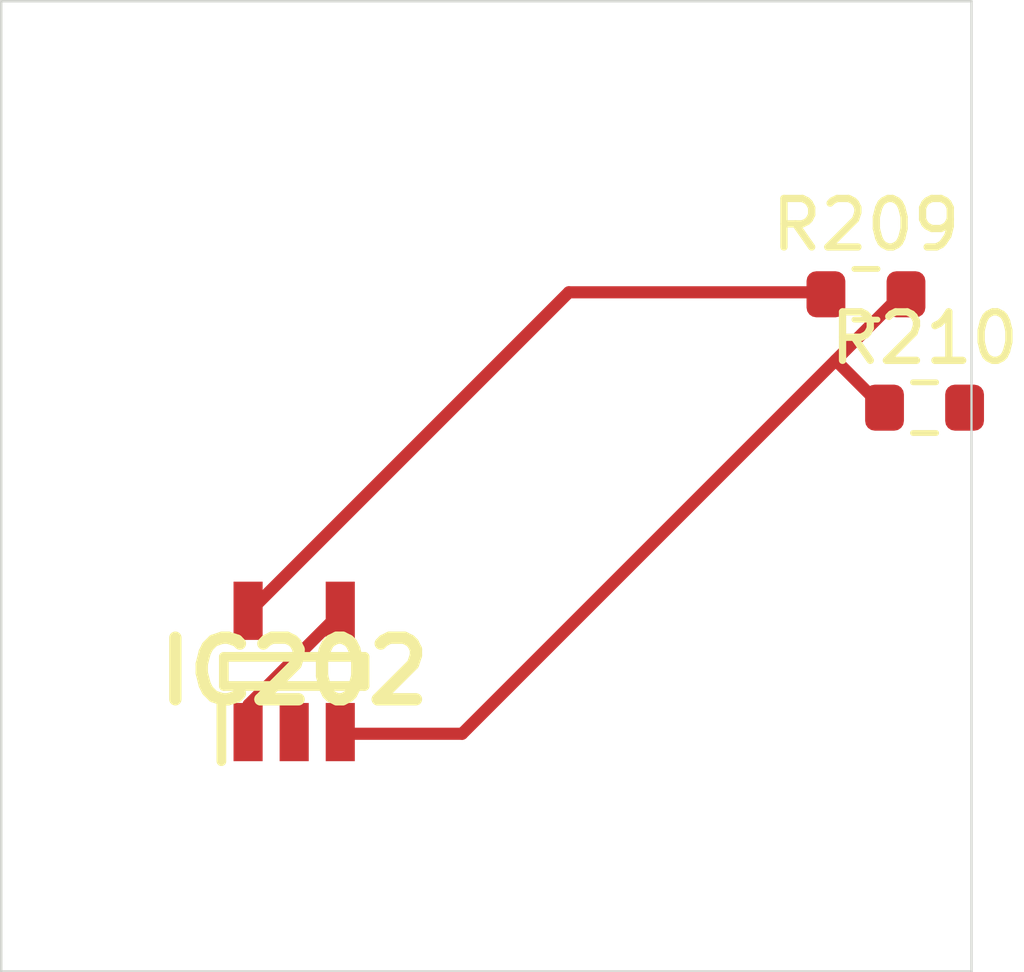
<source format=kicad_pcb>
 ( kicad_pcb  ( version 20171130 )
 ( host pcbnew 5.1.12-84ad8e8a86~92~ubuntu18.04.1 )
 ( general  ( thickness 1.6 )
 ( drawings 4 )
 ( tracks 0 )
 ( zones 0 )
 ( modules 3 )
 ( nets 5 )
)
 ( page A4 )
 ( layers  ( 0 F.Cu signal )
 ( 31 B.Cu signal )
 ( 32 B.Adhes user )
 ( 33 F.Adhes user )
 ( 34 B.Paste user )
 ( 35 F.Paste user )
 ( 36 B.SilkS user )
 ( 37 F.SilkS user )
 ( 38 B.Mask user )
 ( 39 F.Mask user )
 ( 40 Dwgs.User user )
 ( 41 Cmts.User user )
 ( 42 Eco1.User user )
 ( 43 Eco2.User user )
 ( 44 Edge.Cuts user )
 ( 45 Margin user )
 ( 46 B.CrtYd user )
 ( 47 F.CrtYd user )
 ( 48 B.Fab user )
 ( 49 F.Fab user )
)
 ( setup  ( last_trace_width 0.25 )
 ( trace_clearance 0.2 )
 ( zone_clearance 0.508 )
 ( zone_45_only no )
 ( trace_min 0.2 )
 ( via_size 0.8 )
 ( via_drill 0.4 )
 ( via_min_size 0.4 )
 ( via_min_drill 0.3 )
 ( uvia_size 0.3 )
 ( uvia_drill 0.1 )
 ( uvias_allowed no )
 ( uvia_min_size 0.2 )
 ( uvia_min_drill 0.1 )
 ( edge_width 0.05 )
 ( segment_width 0.2 )
 ( pcb_text_width 0.3 )
 ( pcb_text_size 1.5 1.5 )
 ( mod_edge_width 0.12 )
 ( mod_text_size 1 1 )
 ( mod_text_width 0.15 )
 ( pad_size 1.524 1.524 )
 ( pad_drill 0.762 )
 ( pad_to_mask_clearance 0 )
 ( aux_axis_origin 0 0 )
 ( visible_elements FFFFFF7F )
 ( pcbplotparams  ( layerselection 0x010fc_ffffffff )
 ( usegerberextensions false )
 ( usegerberattributes true )
 ( usegerberadvancedattributes true )
 ( creategerberjobfile true )
 ( excludeedgelayer true )
 ( linewidth 0.100000 )
 ( plotframeref false )
 ( viasonmask false )
 ( mode 1 )
 ( useauxorigin false )
 ( hpglpennumber 1 )
 ( hpglpenspeed 20 )
 ( hpglpendiameter 15.000000 )
 ( psnegative false )
 ( psa4output false )
 ( plotreference true )
 ( plotvalue true )
 ( plotinvisibletext false )
 ( padsonsilk false )
 ( subtractmaskfromsilk false )
 ( outputformat 1 )
 ( mirror false )
 ( drillshape 1 )
 ( scaleselection 1 )
 ( outputdirectory "" )
)
)
 ( net 0 "" )
 ( net 1 GND )
 ( net 2 VDDA )
 ( net 3 /Sheet6235D886/vp )
 ( net 4 "Net-(IC202-Pad3)" )
 ( net_class Default "This is the default net class."  ( clearance 0.2 )
 ( trace_width 0.25 )
 ( via_dia 0.8 )
 ( via_drill 0.4 )
 ( uvia_dia 0.3 )
 ( uvia_drill 0.1 )
 ( add_net /Sheet6235D886/vp )
 ( add_net GND )
 ( add_net "Net-(IC202-Pad3)" )
 ( add_net VDDA )
)
 ( module SOT95P280X145-5N locked  ( layer F.Cu )
 ( tedit 62336ED7 )
 ( tstamp 623423ED )
 ( at 86.038900 113.815000 90.000000 )
 ( descr DBV0005A )
 ( tags "Integrated Circuit" )
 ( path /6235D887/6266C08E )
 ( attr smd )
 ( fp_text reference IC202  ( at 0 0 )
 ( layer F.SilkS )
 ( effects  ( font  ( size 1.27 1.27 )
 ( thickness 0.254 )
)
)
)
 ( fp_text value TL071HIDBVR  ( at 0 0 )
 ( layer F.SilkS )
hide  ( effects  ( font  ( size 1.27 1.27 )
 ( thickness 0.254 )
)
)
)
 ( fp_line  ( start -1.85 -1.5 )
 ( end -0.65 -1.5 )
 ( layer F.SilkS )
 ( width 0.2 )
)
 ( fp_line  ( start -0.3 1.45 )
 ( end -0.3 -1.45 )
 ( layer F.SilkS )
 ( width 0.2 )
)
 ( fp_line  ( start 0.3 1.45 )
 ( end -0.3 1.45 )
 ( layer F.SilkS )
 ( width 0.2 )
)
 ( fp_line  ( start 0.3 -1.45 )
 ( end 0.3 1.45 )
 ( layer F.SilkS )
 ( width 0.2 )
)
 ( fp_line  ( start -0.3 -1.45 )
 ( end 0.3 -1.45 )
 ( layer F.SilkS )
 ( width 0.2 )
)
 ( fp_line  ( start -0.8 -0.5 )
 ( end 0.15 -1.45 )
 ( layer Dwgs.User )
 ( width 0.1 )
)
 ( fp_line  ( start -0.8 1.45 )
 ( end -0.8 -1.45 )
 ( layer Dwgs.User )
 ( width 0.1 )
)
 ( fp_line  ( start 0.8 1.45 )
 ( end -0.8 1.45 )
 ( layer Dwgs.User )
 ( width 0.1 )
)
 ( fp_line  ( start 0.8 -1.45 )
 ( end 0.8 1.45 )
 ( layer Dwgs.User )
 ( width 0.1 )
)
 ( fp_line  ( start -0.8 -1.45 )
 ( end 0.8 -1.45 )
 ( layer Dwgs.User )
 ( width 0.1 )
)
 ( fp_line  ( start -2.1 1.775 )
 ( end -2.1 -1.775 )
 ( layer Dwgs.User )
 ( width 0.05 )
)
 ( fp_line  ( start 2.1 1.775 )
 ( end -2.1 1.775 )
 ( layer Dwgs.User )
 ( width 0.05 )
)
 ( fp_line  ( start 2.1 -1.775 )
 ( end 2.1 1.775 )
 ( layer Dwgs.User )
 ( width 0.05 )
)
 ( fp_line  ( start -2.1 -1.775 )
 ( end 2.1 -1.775 )
 ( layer Dwgs.User )
 ( width 0.05 )
)
 ( pad 1 smd rect  ( at -1.25 -0.95 180.000000 )
 ( size 0.6 1.2 )
 ( layers F.Cu F.Mask F.Paste )
 ( net 3 /Sheet6235D886/vp )
)
 ( pad 2 smd rect  ( at -1.25 0 180.000000 )
 ( size 0.6 1.2 )
 ( layers F.Cu F.Mask F.Paste )
 ( net 1 GND )
)
 ( pad 3 smd rect  ( at -1.25 0.95 180.000000 )
 ( size 0.6 1.2 )
 ( layers F.Cu F.Mask F.Paste )
 ( net 4 "Net-(IC202-Pad3)" )
)
 ( pad 4 smd rect  ( at 1.25 0.95 180.000000 )
 ( size 0.6 1.2 )
 ( layers F.Cu F.Mask F.Paste )
 ( net 3 /Sheet6235D886/vp )
)
 ( pad 5 smd rect  ( at 1.25 -0.95 180.000000 )
 ( size 0.6 1.2 )
 ( layers F.Cu F.Mask F.Paste )
 ( net 2 VDDA )
)
)
 ( module Resistor_SMD:R_0603_1608Metric  ( layer F.Cu )
 ( tedit 5F68FEEE )
 ( tstamp 62342595 )
 ( at 97.824800 106.041000 )
 ( descr "Resistor SMD 0603 (1608 Metric), square (rectangular) end terminal, IPC_7351 nominal, (Body size source: IPC-SM-782 page 72, https://www.pcb-3d.com/wordpress/wp-content/uploads/ipc-sm-782a_amendment_1_and_2.pdf), generated with kicad-footprint-generator" )
 ( tags resistor )
 ( path /6235D887/623CDBD9 )
 ( attr smd )
 ( fp_text reference R209  ( at 0 -1.43 )
 ( layer F.SilkS )
 ( effects  ( font  ( size 1 1 )
 ( thickness 0.15 )
)
)
)
 ( fp_text value 100k  ( at 0 1.43 )
 ( layer F.Fab )
 ( effects  ( font  ( size 1 1 )
 ( thickness 0.15 )
)
)
)
 ( fp_line  ( start -0.8 0.4125 )
 ( end -0.8 -0.4125 )
 ( layer F.Fab )
 ( width 0.1 )
)
 ( fp_line  ( start -0.8 -0.4125 )
 ( end 0.8 -0.4125 )
 ( layer F.Fab )
 ( width 0.1 )
)
 ( fp_line  ( start 0.8 -0.4125 )
 ( end 0.8 0.4125 )
 ( layer F.Fab )
 ( width 0.1 )
)
 ( fp_line  ( start 0.8 0.4125 )
 ( end -0.8 0.4125 )
 ( layer F.Fab )
 ( width 0.1 )
)
 ( fp_line  ( start -0.237258 -0.5225 )
 ( end 0.237258 -0.5225 )
 ( layer F.SilkS )
 ( width 0.12 )
)
 ( fp_line  ( start -0.237258 0.5225 )
 ( end 0.237258 0.5225 )
 ( layer F.SilkS )
 ( width 0.12 )
)
 ( fp_line  ( start -1.48 0.73 )
 ( end -1.48 -0.73 )
 ( layer F.CrtYd )
 ( width 0.05 )
)
 ( fp_line  ( start -1.48 -0.73 )
 ( end 1.48 -0.73 )
 ( layer F.CrtYd )
 ( width 0.05 )
)
 ( fp_line  ( start 1.48 -0.73 )
 ( end 1.48 0.73 )
 ( layer F.CrtYd )
 ( width 0.05 )
)
 ( fp_line  ( start 1.48 0.73 )
 ( end -1.48 0.73 )
 ( layer F.CrtYd )
 ( width 0.05 )
)
 ( fp_text user %R  ( at 0 0 )
 ( layer F.Fab )
 ( effects  ( font  ( size 0.4 0.4 )
 ( thickness 0.06 )
)
)
)
 ( pad 1 smd roundrect  ( at -0.825 0 )
 ( size 0.8 0.95 )
 ( layers F.Cu F.Mask F.Paste )
 ( roundrect_rratio 0.25 )
 ( net 2 VDDA )
)
 ( pad 2 smd roundrect  ( at 0.825 0 )
 ( size 0.8 0.95 )
 ( layers F.Cu F.Mask F.Paste )
 ( roundrect_rratio 0.25 )
 ( net 4 "Net-(IC202-Pad3)" )
)
 ( model ${KISYS3DMOD}/Resistor_SMD.3dshapes/R_0603_1608Metric.wrl  ( at  ( xyz 0 0 0 )
)
 ( scale  ( xyz 1 1 1 )
)
 ( rotate  ( xyz 0 0 0 )
)
)
)
 ( module Resistor_SMD:R_0603_1608Metric  ( layer F.Cu )
 ( tedit 5F68FEEE )
 ( tstamp 623425A6 )
 ( at 99.032600 108.378000 )
 ( descr "Resistor SMD 0603 (1608 Metric), square (rectangular) end terminal, IPC_7351 nominal, (Body size source: IPC-SM-782 page 72, https://www.pcb-3d.com/wordpress/wp-content/uploads/ipc-sm-782a_amendment_1_and_2.pdf), generated with kicad-footprint-generator" )
 ( tags resistor )
 ( path /6235D887/623CDBDF )
 ( attr smd )
 ( fp_text reference R210  ( at 0 -1.43 )
 ( layer F.SilkS )
 ( effects  ( font  ( size 1 1 )
 ( thickness 0.15 )
)
)
)
 ( fp_text value 100k  ( at 0 1.43 )
 ( layer F.Fab )
 ( effects  ( font  ( size 1 1 )
 ( thickness 0.15 )
)
)
)
 ( fp_line  ( start 1.48 0.73 )
 ( end -1.48 0.73 )
 ( layer F.CrtYd )
 ( width 0.05 )
)
 ( fp_line  ( start 1.48 -0.73 )
 ( end 1.48 0.73 )
 ( layer F.CrtYd )
 ( width 0.05 )
)
 ( fp_line  ( start -1.48 -0.73 )
 ( end 1.48 -0.73 )
 ( layer F.CrtYd )
 ( width 0.05 )
)
 ( fp_line  ( start -1.48 0.73 )
 ( end -1.48 -0.73 )
 ( layer F.CrtYd )
 ( width 0.05 )
)
 ( fp_line  ( start -0.237258 0.5225 )
 ( end 0.237258 0.5225 )
 ( layer F.SilkS )
 ( width 0.12 )
)
 ( fp_line  ( start -0.237258 -0.5225 )
 ( end 0.237258 -0.5225 )
 ( layer F.SilkS )
 ( width 0.12 )
)
 ( fp_line  ( start 0.8 0.4125 )
 ( end -0.8 0.4125 )
 ( layer F.Fab )
 ( width 0.1 )
)
 ( fp_line  ( start 0.8 -0.4125 )
 ( end 0.8 0.4125 )
 ( layer F.Fab )
 ( width 0.1 )
)
 ( fp_line  ( start -0.8 -0.4125 )
 ( end 0.8 -0.4125 )
 ( layer F.Fab )
 ( width 0.1 )
)
 ( fp_line  ( start -0.8 0.4125 )
 ( end -0.8 -0.4125 )
 ( layer F.Fab )
 ( width 0.1 )
)
 ( fp_text user %R  ( at 0 0 )
 ( layer F.Fab )
 ( effects  ( font  ( size 0.4 0.4 )
 ( thickness 0.06 )
)
)
)
 ( pad 2 smd roundrect  ( at 0.825 0 )
 ( size 0.8 0.95 )
 ( layers F.Cu F.Mask F.Paste )
 ( roundrect_rratio 0.25 )
 ( net 1 GND )
)
 ( pad 1 smd roundrect  ( at -0.825 0 )
 ( size 0.8 0.95 )
 ( layers F.Cu F.Mask F.Paste )
 ( roundrect_rratio 0.25 )
 ( net 4 "Net-(IC202-Pad3)" )
)
 ( model ${KISYS3DMOD}/Resistor_SMD.3dshapes/R_0603_1608Metric.wrl  ( at  ( xyz 0 0 0 )
)
 ( scale  ( xyz 1 1 1 )
)
 ( rotate  ( xyz 0 0 0 )
)
)
)
 ( gr_line  ( start 100 100 )
 ( end 100 120 )
 ( layer Edge.Cuts )
 ( width 0.05 )
 ( tstamp 62E770C4 )
)
 ( gr_line  ( start 80 120 )
 ( end 100 120 )
 ( layer Edge.Cuts )
 ( width 0.05 )
 ( tstamp 62E770C0 )
)
 ( gr_line  ( start 80 100 )
 ( end 100 100 )
 ( layer Edge.Cuts )
 ( width 0.05 )
 ( tstamp 6234110C )
)
 ( gr_line  ( start 80 100 )
 ( end 80 120 )
 ( layer Edge.Cuts )
 ( width 0.05 )
)
 ( segment  ( start 97.000001 106.000002 )
 ( end 91.700001 106.000002 )
 ( width 0.250000 )
 ( layer F.Cu )
 ( net 2 )
)
 ( segment  ( start 91.700001 106.000002 )
 ( end 85.100001 112.600002 )
 ( width 0.250000 )
 ( layer F.Cu )
 ( net 2 )
)
 ( segment  ( start 87.000001 112.600002 )
 ( end 85.100001 114.500002 )
 ( width 0.250000 )
 ( layer F.Cu )
 ( net 3 )
)
 ( segment  ( start 85.100001 114.500002 )
 ( end 85.100001 115.100002 )
 ( width 0.250000 )
 ( layer F.Cu )
 ( net 3 )
)
 ( segment  ( start 98.600001 106.000002 )
 ( end 89.500001 115.100002 )
 ( width 0.250000 )
 ( layer F.Cu )
 ( net 4 )
)
 ( segment  ( start 89.500001 115.100002 )
 ( end 87.000001 115.100002 )
 ( width 0.250000 )
 ( layer F.Cu )
 ( net 4 )
)
 ( segment  ( start 98.200001 108.400002 )
 ( end 97.200001 107.400002 )
 ( width 0.250000 )
 ( layer F.Cu )
 ( net 4 )
)
)

</source>
